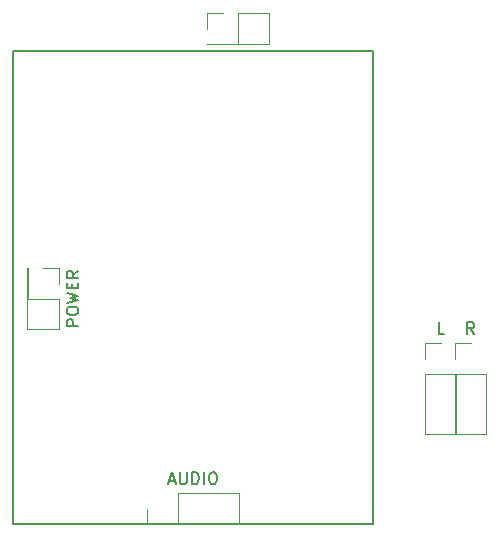
<source format=gto>
G04 #@! TF.GenerationSoftware,KiCad,Pcbnew,6.0.4+dfsg-1+b1*
G04 #@! TF.CreationDate,2022-04-24T00:25:44+03:00*
G04 #@! TF.ProjectId,yatabaza-amp,79617461-6261-47a6-912d-616d702e6b69,rev?*
G04 #@! TF.SameCoordinates,Original*
G04 #@! TF.FileFunction,Legend,Top*
G04 #@! TF.FilePolarity,Positive*
%FSLAX46Y46*%
G04 Gerber Fmt 4.6, Leading zero omitted, Abs format (unit mm)*
G04 Created by KiCad (PCBNEW 6.0.4+dfsg-1+b1) date 2022-04-24 00:25:44*
%MOMM*%
%LPD*%
G01*
G04 APERTURE LIST*
%ADD10C,0.200000*%
%ADD11C,0.150000*%
%ADD12C,0.120000*%
%ADD13R,1.700000X1.700000*%
%ADD14O,1.700000X1.700000*%
G04 APERTURE END LIST*
D10*
X48895000Y-21590000D02*
X18415000Y-21590000D01*
X18415000Y-21590000D02*
X18415000Y-61595000D01*
X18415000Y-61595000D02*
X33655000Y-61595000D01*
X33655000Y-61595000D02*
X48895000Y-61595000D01*
X48895000Y-61595000D02*
X48895000Y-21590000D01*
D11*
X23947380Y-44854523D02*
X22947380Y-44854523D01*
X22947380Y-44473571D01*
X22995000Y-44378333D01*
X23042619Y-44330714D01*
X23137857Y-44283095D01*
X23280714Y-44283095D01*
X23375952Y-44330714D01*
X23423571Y-44378333D01*
X23471190Y-44473571D01*
X23471190Y-44854523D01*
X22947380Y-43664047D02*
X22947380Y-43473571D01*
X22995000Y-43378333D01*
X23090238Y-43283095D01*
X23280714Y-43235476D01*
X23614047Y-43235476D01*
X23804523Y-43283095D01*
X23899761Y-43378333D01*
X23947380Y-43473571D01*
X23947380Y-43664047D01*
X23899761Y-43759285D01*
X23804523Y-43854523D01*
X23614047Y-43902142D01*
X23280714Y-43902142D01*
X23090238Y-43854523D01*
X22995000Y-43759285D01*
X22947380Y-43664047D01*
X22947380Y-42902142D02*
X23947380Y-42664047D01*
X23233095Y-42473571D01*
X23947380Y-42283095D01*
X22947380Y-42045000D01*
X23423571Y-41664047D02*
X23423571Y-41330714D01*
X23947380Y-41187857D02*
X23947380Y-41664047D01*
X22947380Y-41664047D01*
X22947380Y-41187857D01*
X23947380Y-40187857D02*
X23471190Y-40521190D01*
X23947380Y-40759285D02*
X22947380Y-40759285D01*
X22947380Y-40378333D01*
X22995000Y-40283095D01*
X23042619Y-40235476D01*
X23137857Y-40187857D01*
X23280714Y-40187857D01*
X23375952Y-40235476D01*
X23423571Y-40283095D01*
X23471190Y-40378333D01*
X23471190Y-40759285D01*
X31631190Y-57951666D02*
X32107380Y-57951666D01*
X31535952Y-58237380D02*
X31869285Y-57237380D01*
X32202619Y-58237380D01*
X32535952Y-57237380D02*
X32535952Y-58046904D01*
X32583571Y-58142142D01*
X32631190Y-58189761D01*
X32726428Y-58237380D01*
X32916904Y-58237380D01*
X33012142Y-58189761D01*
X33059761Y-58142142D01*
X33107380Y-58046904D01*
X33107380Y-57237380D01*
X33583571Y-58237380D02*
X33583571Y-57237380D01*
X33821666Y-57237380D01*
X33964523Y-57285000D01*
X34059761Y-57380238D01*
X34107380Y-57475476D01*
X34155000Y-57665952D01*
X34155000Y-57808809D01*
X34107380Y-57999285D01*
X34059761Y-58094523D01*
X33964523Y-58189761D01*
X33821666Y-58237380D01*
X33583571Y-58237380D01*
X34583571Y-58237380D02*
X34583571Y-57237380D01*
X35250238Y-57237380D02*
X35440714Y-57237380D01*
X35535952Y-57285000D01*
X35631190Y-57380238D01*
X35678809Y-57570714D01*
X35678809Y-57904047D01*
X35631190Y-58094523D01*
X35535952Y-58189761D01*
X35440714Y-58237380D01*
X35250238Y-58237380D01*
X35155000Y-58189761D01*
X35059761Y-58094523D01*
X35012142Y-57904047D01*
X35012142Y-57570714D01*
X35059761Y-57380238D01*
X35155000Y-57285000D01*
X35250238Y-57237380D01*
X54919523Y-45537380D02*
X54443333Y-45537380D01*
X54443333Y-44537380D01*
X57459523Y-45537380D02*
X57126190Y-45061190D01*
X56888095Y-45537380D02*
X56888095Y-44537380D01*
X57269047Y-44537380D01*
X57364285Y-44585000D01*
X57411904Y-44632619D01*
X57459523Y-44727857D01*
X57459523Y-44870714D01*
X57411904Y-44965952D01*
X57364285Y-45013571D01*
X57269047Y-45061190D01*
X56888095Y-45061190D01*
D12*
X34865000Y-21015000D02*
X40065000Y-21015000D01*
X34865000Y-20955000D02*
X37465000Y-20955000D01*
X40065000Y-18355000D02*
X40065000Y-21015000D01*
X34865000Y-19685000D02*
X34865000Y-18355000D01*
X37465000Y-18355000D02*
X40065000Y-18355000D01*
X37465000Y-20955000D02*
X37465000Y-18355000D01*
X34865000Y-18355000D02*
X36195000Y-18355000D01*
X34865000Y-20955000D02*
X34865000Y-21015000D01*
X22285000Y-39945000D02*
X22285000Y-41275000D01*
X19685000Y-39945000D02*
X19685000Y-42545000D01*
X19685000Y-42545000D02*
X22285000Y-42545000D01*
X20955000Y-39945000D02*
X22285000Y-39945000D01*
X22285000Y-45145000D02*
X19625000Y-45145000D01*
X19685000Y-39945000D02*
X19625000Y-39945000D01*
X19625000Y-39945000D02*
X19625000Y-45145000D01*
X22285000Y-42545000D02*
X22285000Y-45145000D01*
X32385000Y-61655000D02*
X37525000Y-61655000D01*
X31115000Y-61655000D02*
X29785000Y-61655000D01*
X37525000Y-61655000D02*
X37525000Y-58995000D01*
X29785000Y-61655000D02*
X29785000Y-60325000D01*
X32385000Y-61655000D02*
X32385000Y-58995000D01*
X32385000Y-58995000D02*
X37525000Y-58995000D01*
X53280000Y-46295000D02*
X54610000Y-46295000D01*
X53280000Y-48895000D02*
X53280000Y-54035000D01*
X53280000Y-54035000D02*
X55940000Y-54035000D01*
X55940000Y-48895000D02*
X55940000Y-54035000D01*
X53280000Y-48895000D02*
X55940000Y-48895000D01*
X53280000Y-47625000D02*
X53280000Y-46295000D01*
X55820000Y-48895000D02*
X55820000Y-54035000D01*
X55820000Y-47625000D02*
X55820000Y-46295000D01*
X55820000Y-46295000D02*
X57150000Y-46295000D01*
X55820000Y-48895000D02*
X58480000Y-48895000D01*
X58480000Y-48895000D02*
X58480000Y-54035000D01*
X55820000Y-54035000D02*
X58480000Y-54035000D01*
%LPC*%
D13*
X36195000Y-19685000D03*
D14*
X38735000Y-19685000D03*
D13*
X20955000Y-41275000D03*
D14*
X20955000Y-43815000D03*
D13*
X31115000Y-60325000D03*
D14*
X33655000Y-60325000D03*
X36195000Y-60325000D03*
D13*
X54610000Y-47625000D03*
D14*
X54610000Y-50165000D03*
X54610000Y-52705000D03*
D13*
X57150000Y-47625000D03*
D14*
X57150000Y-50165000D03*
X57150000Y-52705000D03*
D13*
X31115000Y-66675000D03*
D14*
X31115000Y-69215000D03*
X33655000Y-66675000D03*
X33655000Y-69215000D03*
X36195000Y-66675000D03*
X36195000Y-69215000D03*
X38735000Y-66675000D03*
X38735000Y-69215000D03*
X41275000Y-66675000D03*
X41275000Y-69215000D03*
D13*
X46355000Y-66675000D03*
D14*
X46355000Y-69215000D03*
X48895000Y-66675000D03*
X48895000Y-69215000D03*
D13*
X53975000Y-69215000D03*
D14*
X56515000Y-69215000D03*
D13*
X53975000Y-66675000D03*
D14*
X56515000Y-66675000D03*
M02*

</source>
